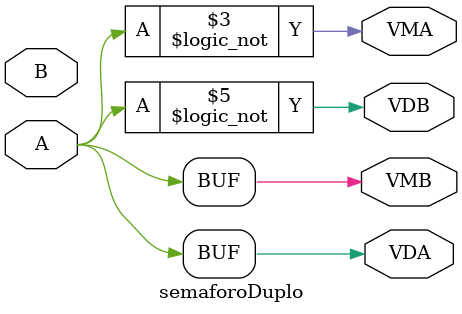
<source format=sv>
module semaforoDuplo(input logic A, B,
                     output logic VDA, VMA, VDB, VMB);
    always_comb VDA <= A;
    always_comb VMA <= !VDA;
    always_comb VDB <= !A;
    always_comb VMB <= A;
endmodule
</source>
